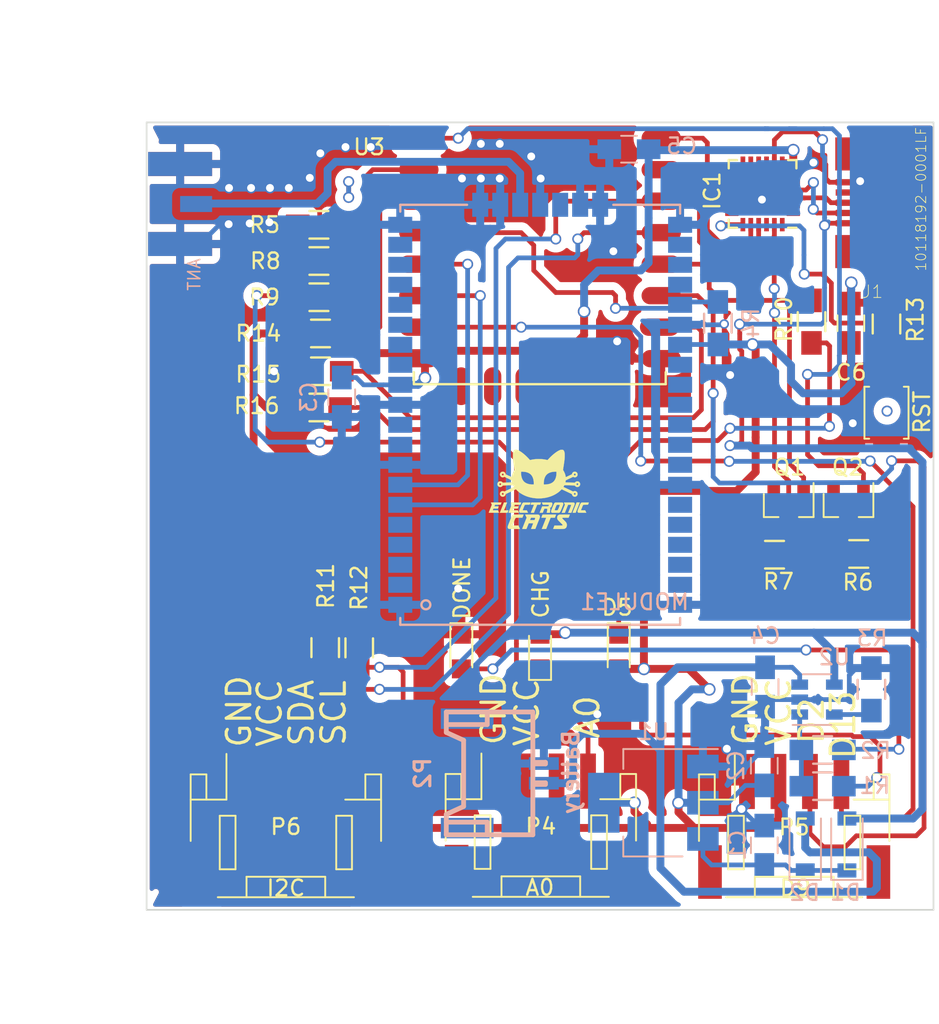
<source format=kicad_pcb>
(kicad_pcb (version 20221018) (generator pcbnew)
  (title_block (title "NodeLoRaGrooveKitty") (date "2017-04-11") (rev "1.3") (company "Electronic Cats") (comment 1 "Eduardo Contreras flores"))
  (layers (0 "F.Cu" signal) (31 "B.Cu" signal) (34 "B.Paste" user) (35 "F.Paste" user) (36 "B.SilkS" user "B.Silkscreen") (37 "F.SilkS" user "F.Silkscreen") (38 "B.Mask" user) (39 "F.Mask" user) (44 "Edge.Cuts" user))
  (net 0 "")
  (net 1 "GND")
  (net 2 "Net-(A1-Pad1)")
  (net 3 "Net-(C1-Pad1)")
  (net 4 "+3V3")
  (net 5 "+BATT")
  (net 6 "VCC")
  (net 7 "Net-(D3-Pad1)")
  (net 8 "Net-(D4-Pad2)")
  (net 9 "Net-(IC1-Pad1)")
  (net 10 "Net-(IC1-Pad3)")
  (net 11 "Net-(IC1-Pad4)")
  (net 12 "Net-(IC1-Pad9)")
  (net 13 "Net-(IC1-Pad11)")
  (net 14 "Net-(IC1-Pad12)")
  (net 15 "Net-(IC1-Pad13)")
  (net 16 "Net-(IC1-Pad14)")
  (net 17 "Net-(IC1-Pad15)")
  (net 18 "Net-(IC1-Pad16)")
  (net 19 "Net-(IC1-Pad17)")
  (net 20 "Net-(IC1-Pad18)")
  (net 21 "/RST")
  (net 22 "/TXD")
  (net 23 "/RXD")
  (net 24 "Net-(IC1-Pad22)")
  (net 25 "/DTR")
  (net 26 "Net-(IC1-Pad24)")
  (net 27 "Net-(MODULE1-Pad46)")
  (net 28 "Net-(MODULE1-Pad45)")
  (net 29 "Net-(MODULE1-Pad44)")
  (net 30 "Net-(MODULE1-Pad43)")
  (net 31 "Net-(MODULE1-Pad40)")
  (net 32 "Net-(MODULE1-Pad39)")
  (net 33 "Net-(MODULE1-Pad38)")
  (net 34 "Net-(MODULE1-Pad37)")
  (net 35 "Net-(MODULE1-Pad36)")
  (net 36 "Net-(MODULE1-Pad35)")
  (net 37 "/RST_RN")
  (net 38 "/TEST1")
  (net 39 "/TEST0")
  (net 40 "Net-(MODULE1-Pad25)")
  (net 41 "Net-(MODULE1-Pad14)")
  (net 42 "Net-(MODULE1-Pad13)")
  (net 43 "Net-(MODULE1-Pad10)")
  (net 44 "Net-(MODULE1-Pad9)")
  (net 45 "/STX")
  (net 46 "/SRX")
  (net 47 "Net-(MODULE1-Pad5)")
  (net 48 "Net-(MODULE1-Pad4)")
  (net 49 "Net-(MODULE1-Pad3)")
  (net 50 "Net-(MODULE1-Pad2)")
  (net 51 "/A0")
  (net 52 "/GPIO2")
  (net 53 "/GPIO13")
  (net 54 "/SDA")
  (net 55 "/SCL")
  (net 56 "/GPIO0")
  (net 57 "Net-(Q1-Pad2)")
  (net 58 "/RESET")
  (net 59 "Net-(Q2-Pad2)")
  (net 60 "/RTS")
  (net 61 "/CH_PD")
  (net 62 "/GPIO15")
  (net 63 "/ADC")
  (net 64 "Net-(U3-Pad17)")
  (net 65 "Net-(U3-Pad18)")
  (net 66 "Net-(U3-Pad19)")
  (net 67 "Net-(U3-Pad20)")
  (net 68 "Net-(U3-Pad21)")
  (net 69 "Net-(U3-Pad22)")
  (net 70 "Net-(D5-Pad1)")
  (net 71 "Net-(P4-Pad3)")
  (net 72 "Net-(R1-Pad1)")
  (net 73 "Net-(R3-Pad1)")
  (net 74 "Net-(R8-Pad1)")
  (net 75 "Net-(J1-Pad4)")
  (net 76 "Net-(J1-PadM1)")
  (footprint "Capacitors_SMD:C_0805_HandSoldering" (layer "F.Cu") (at 164.91 95.39 -90)
    (fp_text reference "C6")
    (fp_text value "10uF")
  )
  (footprint "LEDs:LED_0805" (layer "F.Cu") (at 145.16 116.24 90)
    (fp_text reference "D3")
    (fp_text value "CHG")
  )
  (footprint "LEDs:LED_0805" (layer "F.Cu") (at 140.16 116.24 -90)
    (fp_text reference "D4")
    (fp_text value "DONE")
  )
  (footprint "LEDs:LED_0805" (layer "F.Cu") (at 150.16 116.24 -90)
    (fp_text reference "D5")
    (fp_text value "Led")
  )
  (footprint "Housings_DFN_QFN:QFN-24_4x4mm_Pitch0.5mm_NoMask" (layer "F.Cu") (at 159.3 87.18 180)
    (fp_text reference "IC1")
    (fp_text value "CP2104")
  )
  (footprint "TO_SOT_Packages_SMD:SOT-23" (layer "F.Cu") (at 160.96 106.94 -90)
    (fp_text reference "Q1")
    (fp_text value "MMBT2222A")
  )
  (footprint "TO_SOT_Packages_SMD:SOT-23" (layer "F.Cu") (at 164.76 106.94 -90)
    (fp_text reference "Q2")
    (fp_text value "MMBT2222A")
  )
  (footprint "Resistors_SMD:R_0805_HandSoldering" (layer "F.Cu") (at 131.11 89.14)
    (fp_text reference "R5")
    (fp_text value "100K")
  )
  (footprint "Resistors_SMD:R_0805_HandSoldering" (layer "F.Cu") (at 165.41 110.04)
    (fp_text reference "R6")
    (fp_text value "10K")
  )
  (footprint "Resistors_SMD:R_0805_HandSoldering" (layer "F.Cu") (at 160.06 110.09 180)
    (fp_text reference "R7")
    (fp_text value "10K")
  )
  (footprint "Resistors_SMD:R_0805_HandSoldering" (layer "F.Cu") (at 131.11 91.44 180)
    (fp_text reference "R8")
    (fp_text value "100K")
  )
  (footprint "Resistors_SMD:R_0805_HandSoldering" (layer "F.Cu") (at 131.11 93.74)
    (fp_text reference "R9")
    (fp_text value "100K")
  )
  (footprint "Resistors_SMD:R_0805_HandSoldering" (layer "F.Cu") (at 162.41 95.29 -90)
    (fp_text reference "R10")
    (fp_text value "330R")
  )
  (footprint "Resistors_SMD:R_0805_HandSoldering" (layer "F.Cu") (at 131.51 115.99 -90)
    (fp_text reference "R11")
    (fp_text value "4.7K")
  )
  (footprint "Resistors_SMD:R_0805_HandSoldering" (layer "F.Cu") (at 133.671486 116.003724 -90)
    (fp_text reference "R12")
    (fp_text value "4.7K")
  )
  (footprint "Resistors_SMD:R_0805_HandSoldering" (layer "F.Cu") (at 167.173875 95.439501 -90)
    (fp_text reference "R13")
    (fp_text value "10K")
  )
  (footprint "Resistors_SMD:R_0805_HandSoldering" (layer "F.Cu") (at 131.21 96.04)
    (fp_text reference "R14")
    (fp_text value "10K")
  )
  (footprint "Resistors_SMD:R_0805_HandSoldering" (layer "F.Cu") (at 131.21 98.44 180)
    (fp_text reference "R15")
    (fp_text value "10K")
  )
  (footprint "Resistors_SMD:R_0805_HandSoldering" (layer "F.Cu") (at 131.11 100.74)
    (fp_text reference "R16")
    (fp_text value "10K")
  )
  (footprint "Buttons_Switches_SMD:SW_SPST_B3U-1000P" (layer "F.Cu") (at 167.173875 101.07283 90)
    (fp_text reference "RST")
    (fp_text value "SW_RESET")
  )
  (footprint "ESP8266:ESP-12E" (layer "F.Cu") (at 138.16 83.64)
    (fp_text reference "U3")
    (fp_text value "ESP8266-12E")
  )
  (footprint "Library:JST_PH_S4B-PH-SM4-TB_04x2.00mm_Angled" (layer "F.Cu") (at 145.21 127.34)
    (fp_text reference "P4")
    (fp_text value "A0")
  )
  (footprint "Library:JST_PH_S4B-PH-SM4-TB_04x2.00mm_Angled" (layer "F.Cu") (at 161.31 127.365)
    (fp_text reference "P5")
    (fp_text value "D9")
  )
  (footprint "Library:JST_PH_S4B-PH-SM4-TB_04x2.00mm_Angled" (layer "F.Cu") (at 129.01 127.365)
    (fp_text reference "P6")
    (fp_text value "I2C")
  )
  (footprint "modules:electronic_cats_logo_4x3" (layer "F.Cu") (at 145.08 105.94)
    (fp_text reference "G***" hide)
    (fp_text value "LOGO" hide)
  )
  (footprint "10118192-0001LF:10118192-0001LF" (layer "F.Cu") (at 168.72 87.74 90)
    (fp_text reference "J1")
    (fp_text value "10118192-0001LF")
  )
  (footprint "Library:SMA_Conn_Ant" (layer "B.Cu") (at 120.258 87.82)
    (fp_text reference "A1")
    (fp_text value "ANT")
  )
  (footprint "Capacitors_SMD:C_0805_HandSoldering" (layer "B.Cu") (at 159.41 128.54 90)
    (fp_text reference "C1")
    (fp_text value "4.7uF")
  )
  (footprint "Capacitors_SMD:C_0805_HandSoldering" (layer "B.Cu") (at 159.41 123.49 90)
    (fp_text reference "C2")
    (fp_text value "4.7uF")
  )
  (footprint "Capacitors_SMD:C_0805_HandSoldering" (layer "B.Cu") (at 132.56 100.09 -90)
    (fp_text reference "C3")
    (fp_text value "0.1uF")
  )
  (footprint "Capacitors_SMD:C_0805_HandSoldering" (layer "B.Cu") (at 159.46 118.49 -90)
    (fp_text reference "C4")
    (fp_text value "10uF")
  )
  (footprint "Capacitors_SMD:C_0805_HandSoldering" (layer "B.Cu") (at 150.81 84.34 180)
    (fp_text reference "C5")
    (fp_text value "0.1uF")
  )
  (footprint "Diodes_SMD:D_SOD-123" (layer "B.Cu") (at 164.66 128.49 90)
    (fp_text reference "D1")
    (fp_text value "MBR120")
  )
  (footprint "Diodes_SMD:D_SOD-123" (layer "B.Cu") (at 162.01 128.49 90)
    (fp_text reference "D2")
    (fp_text value "MBR120")
  )
  (footprint "Resistors_SMD:R_0805_HandSoldering" (layer "B.Cu") (at 163.114454 124.78768)
    (fp_text reference "R1")
    (fp_text value "330R")
  )
  (footprint "Resistors_SMD:R_0805_HandSoldering" (layer "B.Cu") (at 163.114454 122.48768)
    (fp_text reference "R2")
    (fp_text value "330R")
  )
  (footprint "Resistors_SMD:R_0805_HandSoldering" (layer "B.Cu") (at 166.214454 118.63768 90)
    (fp_text reference "R3")
    (fp_text value "10K")
  )
  (footprint "Resistors_SMD:R_0805_HandSoldering" (layer "B.Cu") (at 156.46 95.39 90)
    (fp_text reference "R4")
    (fp_text value "10K")
  )
  (footprint "TO_SOT_Packages_SMD:SOT-223-3Lead_TabPin2" (layer "B.Cu") (at 152.36 125.84 180)
    (fp_text reference "U1")
    (fp_text value "AP2114")
  )
  (footprint "TO_SOT_Packages_SMD:SOT-23-5" (layer "B.Cu") (at 162.76 119.29)
    (fp_text reference "U2")
    (fp_text value "MCP73831T-2ATI/OT")
  )
  (footprint "modules:panelmate_smd_2" (layer "B.Cu") (at 141.90414 123.97472 90)
    (fp_text reference "P2")
    (fp_text value "Battery")
  )
  (footprint "Library:RN2483" (layer "B.Cu") (at 154.06 114.54 180)
    (fp_text reference "MODULE1")
    (fp_text value "RN2903" hide)
  )
  (gr_line (start 120.16 132.64) (end 120.16 82.64) (stroke (width 0.1)) (layer "Edge.Cuts"))
  (gr_line (start 120.16 82.64) (end 170.16 82.64) (stroke (width 0.1)) (layer "Edge.Cuts"))
  (gr_line (start 170.16 132.64) (end 120.16 132.64) (stroke (width 0.1)) (layer "Edge.Cuts"))
  (gr_line (start 170.16 82.64) (end 170.16 132.64) (stroke (width 0.1)) (layer "Edge.Cuts"))
  (gr_text "GND" (at 142.21 119.89 90) (layer "F.SilkS") (effects (font (size 1.5 1.5) (thickness 0.2))))
  (gr_text "GND" (at 158.21 119.89 90) (layer "F.SilkS") (effects (font (size 1.5 1.5) (thickness 0.2))))
  (gr_text "VCC\n\n" (at 161.54 120.08 90) (layer "F.SilkS") (effects (font (size 1.5 1.5) (thickness 0.2))))
  (gr_text "VCC" (at 144.32 120.1 90) (layer "F.SilkS") (effects (font (size 1.5 1.5) (thickness 0.2))))
  (gr_text "VCC" (at 127.98 120.14 90) (layer "F.SilkS") (effects (font (size 1.5 1.5) (thickness 0.2))))
  (gr_text "SDA\n" (at 130 120.14 90) (layer "F.SilkS") (effects (font (size 1.5 1.5) (thickness 0.2))))
  (gr_text "SCL\n" (at 132.04 120.14 90) (layer "F.SilkS") (effects (font (size 1.5 1.5) (thickness 0.2))))
  (gr_text "A0" (at 148.16 120.39 90) (layer "F.SilkS") (effects (font (size 1.5 1.5) (thickness 0.2))))
  (gr_text "D2\n" (at 162.41 120.64 90) (layer "F.SilkS") (effects (font (size 1.5 1.5) (thickness 0.2))))
  (gr_text "D13" (at 164.41 120.89 90) (layer "F.SilkS") (effects (font (size 1.5 1.5) (thickness 0.2))))
  (gr_text "GND" (at 126.035 120.04 90) (layer "F.SilkS") (effects (font (size 1.5 1.5) (thickness 0.2))))
  (segment (start 133 86.4) (end 133 87.4) (width 0.3) (layer "F.Cu") (net 0))
  (via (at 167.21 100.97) (size 0.7) (drill 0.5) (layers "F.Cu" "B.Cu") (net 0))
  (via (at 133 87.4) (size 0.7) (drill 0.5) (layers "F.Cu" "B.Cu") (net 0))
  (via (at 133 86.4) (size 0.7) (drill 0.5) (layers "F.Cu" "B.Cu") (net 0))
  (segment (start 133 87.4) (end 133 86.4) (width 0.3) (layer "B.Cu") (net 0))
  (segment (start 140.16 115.14) (end 140.16 112.44) (width 0.3) (layer "F.Cu") (net 1))
  (segment (start 157.03 124.01) (end 157.03 122.41) (width 0.3) (layer "F.Cu") (net 1))
  (segment (start 163.56 86.44) (end 163.32 86.2) (width 0.3) (layer "F.Cu") (net 1))
  (segment (start 150.26 96.54) (end 150.06 96.54) (width 0.3) (layer "F.Cu") (net 1))
  (segment (start 164.62 86.44) (end 163.56 86.44) (width 0.3) (layer "F.Cu") (net 1))
  (segment (start 165.43 86.44) (end 165.5 86.37) (width 0.3) (layer "F.Cu") (net 1))
  (segment (start 132.4 84.6) (end 132.8 84.2) (width 0.3) (layer "F.Cu") (net 1))
  (segment (start 164.62 86.44) (end 165.43 86.44) (width 0.3) (layer "F.Cu") (net 1))
  (segment (start 123.742 85.25) (end 124.4 85.25) (width 0.3) (layer "F.Cu") (net 1))
  (segment (start 165.03 101.74) (end 165.03 100.16) (width 0.3) (layer "F.Cu") (net 1))
  (segment (start 145.2 86.2) (end 145.2 85.4) (width 0.3) (layer "F.Cu") (net 1))
  (segment (start 145.2 85.4) (end 144.6 84.8) (width 0.3) (layer "F.Cu") (net 1))
  (segment (start 163.32 86.2) (end 163.32 85.32) (width 0.3) (layer "F.Cu") (net 1))
  (segment (start 165.03 100.16) (end 164.91 100.04) (width 0.3) (layer "F.Cu") (net 1))
  (segment (start 123.742 90.33) (end 126.82 90.33) (width 0.3) (layer "F.Cu") (net 1))
  (segment (start 151.36 97.64) (end 150.26 96.54) (width 0.3) (layer "F.Cu") (net 1))
  (segment (start 161.25 87.93) (end 159.65 87.93) (width 0.3) (layer "F.Cu") (net 1))
  (segment (start 152.16 97.64) (end 151.36 97.64) (width 0.3) (layer "F.Cu") (net 1))
  (segment (start 130.65 86.28) (end 130.53 86.16) (width 0.3) (layer "F.Cu") (net 1))
  (segment (start 126.8 86.8) (end 125.4 86.8) (width 0.3) (layer "F.Cu") (net 1))
  (segment (start 131.16 86.72) (end 130.72 86.28) (width 0.3) (layer "F.Cu") (net 1))
  (segment (start 129.86 98.44) (end 128.26 98.44) (width 0.3) (layer "F.Cu") (net 1))
  (segment (start 158.31 124.49) (end 157.51 124.49) (width 0.3) (layer "F.Cu") (net 1))
  (segment (start 164.91 96.64) (end 164.91 97.69) (width 0.3) (layer "F.Cu") (net 1))
  (segment (start 126.45 85.25) (end 128 86.8) (width 0.3) (layer "F.Cu") (net 1))
  (segment (start 131.16 88.89) (end 131.16 86.72) (width 0.3) (layer "F.Cu") (net 1))
  (segment (start 159.65 87.93) (end 159.26 87.54) (width 0.3) (layer "F.Cu") (net 1))
  (segment (start 164.91 96.64) (end 164.91 100.04) (width 0.3) (layer "F.Cu") (net 1))
  (segment (start 131.2 84.6) (end 132.4 84.6) (width 0.3) (layer "F.Cu") (net 1))
  (segment (start 156.86 95.439998) (end 156.86 98.3) (width 0.3) (layer "F.Cu") (net 1))
  (segment (start 132.46 89.14) (end 131.41 89.14) (width 0.3) (layer "F.Cu") (net 1))
  (segment (start 156.86 98.3) (end 157.24 98.68) (width 0.3) (layer "F.Cu") (net 1))
  (segment (start 130.72 86.28) (end 130.65 86.28) (width 0.3) (layer "F.Cu") (net 1))
  (segment (start 125.375877 89.100415) (end 126.659585 89.100415) (width 0.3) (layer "F.Cu") (net 1))
  (segment (start 126.659585 89.100415) (end 126.71 89.05) (width 0.3) (layer "F.Cu") (net 1))
  (segment (start 131.41 89.14) (end 131.16 88.89) (width 0.3) (layer "F.Cu") (net 1))
  (segment (start 163.32 85.32) (end 163.19 85.19) (width 0.3) (layer "F.Cu") (net 1))
  (segment (start 142.6 86.2) (end 141.4 86.2) (width 0.3) (layer "F.Cu") (net 1))
  (segment (start 163.19 85.19) (end 162.53 85.19) (width 0.3) (layer "F.Cu") (net 1))
  (segment (start 140.16 112.44) (end 139.96 112.24) (width 0.3) (layer "F.Cu") (net 1))
  (segment (start 128 86.8) (end 129.2 86.8) (width 0.3) (layer "F.Cu") (net 1))
  (segment (start 124.4 85.25) (end 126.45 85.25) (width 0.3) (layer "F.Cu") (net 1))
  (segment (start 164.91 97.69) (end 164.76 97.84) (width 0.3) (layer "F.Cu") (net 1))
  (segment (start 157.51 124.49) (end 157.03 124.01) (width 0.3) (layer "F.Cu") (net 1))
  (segment (start 142.6 84) (end 141.4 84) (width 0.3) (layer "F.Cu") (net 1))
  (segment (start 124.4 85.25) (end 125.012 85.25) (width 0.3) (layer "F.Cu") (net 1))
  (via (at 127.96 88.98) (size 0.7) (drill 0.5) (layers "F.Cu" "B.Cu") (net 1))
  (via (at 126.71 89.05) (size 0.7) (drill 0.5) (layers "F.Cu" "B.Cu") (net 1))
  (via (at 140.2 86.2) (size 0.7) (drill 0.5) (layers "F.Cu" "B.Cu") (net 1))
  (via (at 128.26 98.44) (size 0.7) (drill 0.5) (layers "F.Cu" "B.Cu") (net 1))
  (via (at 144.6 84.8) (size 0.7) (drill 0.5) (layers "F.Cu" "B.Cu") (net 1))
  (via (at 125.4 86.8) (size 0.7) (drill 0.5) (layers "F.Cu" "B.Cu") (net 1))
  (via (at 129.2 86.8) (size 0.7) (drill 0.5) (layers "F.Cu" "B.Cu") (net 1))
  (via (at 165.5 86.37) (size 0.7) (drill 0.5) (layers "F.Cu" "B.Cu") (net 1))
  (via (at 126.8 86.8) (size 0.7) (drill 0.5) (layers "F.Cu" "B.Cu") (net 1))
  (via (at 131.2 84.6) (size 0.7) (drill 0.5) (layers "F.Cu" "B.Cu") (net 1))
  (via (at 125.375877 89.100415) (size 0.7) (drill 0.5) (layers "F.Cu" "B.Cu") (net 1))
  (via (at 157.24 98.68) (size 0.7) (drill 0.5) (layers "F.Cu" "B.Cu") (net 1))
  (via (at 142.6 84) (size 0.7) (drill 0.5) (layers "F.Cu" "B.Cu") (net 1))
  (via (at 150.06 96.54) (size 0.7) (drill 0.5) (layers "F.Cu" "B.Cu") (net 1))
  (via (at 165.03 101.74) (size 0.7) (drill 0.5) (layers "F.Cu" "B.Cu") (net 1))
  (via (at 156.86 95.439998) (size 0.6) (drill 0.4) (layers "F.Cu" "B.Cu") (net 1))
  (via (at 139.96 112.24) (size 0.7) (drill 0.5) (layers "F.Cu" "B.Cu") (net 1))
  (via (at 128 86.8) (size 0.7) (drill 0.5) (layers "F.Cu" "B.Cu") (net 1))
  (via (at 162.53 85.19) (size 0.7) (drill 0.5) (layers "F.Cu" "B.Cu") (net 1))
  (via (at 134.4 84.2) (size 0.7) (drill 0.5) (layers "F.Cu" "B.Cu") (net 1))
  (via (at 145.2 86.2) (size 0.7) (drill 0.5) (layers "F.Cu" "B.Cu") (net 1))
  (via (at 130.53 86.16) (size 0.7) (drill 0.5) (layers "F.Cu" "B.Cu") (net 1))
  (via (at 149.82 90.82) (size 0.7) (drill 0.5) (layers "F.Cu" "B.Cu") (net 1))
  (via (at 159.26 87.54) (size 0.7) (drill 0.5) (layers "F.Cu" "B.Cu") (net 1))
  (via (at 157.03 122.41) (size 0.7) (drill 0.5) (layers "F.Cu" "B.Cu") (net 1))
  (via (at 141.4 84) (size 0.7) (drill 0.5) (layers "F.Cu" "B.Cu") (net 1))
  (via (at 148.8 120.22) (size 0.7) (drill 0.5) (layers "F.Cu" "B.Cu") (net 1))
  (via (at 157.96 126.24) (size 0.7) (drill 0.5) (layers "F.Cu" "B.Cu") (net 1))
  (via (at 142.6 86.2) (size 0.7) (drill 0.5) (layers "F.Cu" "B.Cu") (net 1))
  (via (at 141.4 86.2) (size 0.7) (drill 0.5) (layers "F.Cu" "B.Cu") (net 1))
  (via (at 132.8 84.2) (size 0.7) (drill 0.5) (layers "F.Cu" "B.Cu") (net 1))
  (segment (start 130.53 86.16) (end 130.53 85.27) (width 0.3) (layer "B.Cu") (net 1))
  (segment (start 148.80968 120.21032) (end 148.8 120.22) (width 0.3) (layer "B.Cu") (net 1))
  (segment (start 159.01 127.29) (end 157.96 126.24) (width 0.3) (layer "B.Cu") (net 1))
  (segment (start 161.66 119.29) (end 164.76 119.29) (width 0.3) (layer "B.Cu") (net 1))
  (segment (start 154.05858 87.87142) (end 154.05858 89.144404) (width 0.3) (layer "B.Cu") (net 1))
  (segment (start 159.46 119.74) (end 159.46 122.19) (width 0.3) (layer "B.Cu") (net 1))
  (segment (start 142.63 86.63) (end 142.4 86.4) (width 0.3) (layer "B.Cu") (net 1))
  (segment (start 134.250596 100.574404) (end 135.21658 100.574404) (width 0.3) (layer "B.Cu") (net 1))
  (segment (start 148.97858 87.874404) (end 148.97858 89.97858) (width 0.3) (layer "B.Cu") (net 1))
  (segment (start 159.41 122.365) (end 159.41 122.24) (width 0.3) (layer "B.Cu") (net 1))
  (segment (start 154.05858 113.274404) (end 144.925596 113.274404) (width 0.3) (layer "B.Cu") (net 1))
  (segment (start 159.26 87.54) (end 154.39 87.54) (width 0.3) (layer "B.Cu") (net 1))
  (segment (start 132.56 101.34) (end 133.485 101.34) (width 0.3) (layer "B.Cu") (net 1))
  (segment (start 142.63 87.87) (end 142.63 86.63) (width 0.3) (layer "B.Cu") (net 1))
  (segment (start 165.5 86.37) (end 165.849999 86.020001) (width 0.3) (layer "B.Cu") (net 1))
  (segment (start 155.12058 89.144404) (end 159.074984 85.19) (width 0.3) (layer "B.Cu") (net 1))
  (segment (start 164.76 119.29) (end 164.81 119.24) (width 0.3) (layer "B.Cu") (net 1))
  (segment (start 142.63 87.87) (end 142.63 86.23) (width 0.3) (layer "B.Cu") (net 1))
  (segment (start 159.074984 85.19) (end 162.035026 85.19) (width 0.3) (layer "B.Cu") (net 1))
  (segment (start 159.46 122.19) (end 159.41 122.24) (width 0.3) (layer "B.Cu") (net 1))
  (segment (start 164.81 119.24) (end 164.81 117.742134) (width 0.3) (layer "B.Cu") (net 1))
  (segment (start 124.819585 89.100415) (end 125.375877 89.100415) (width 0.3) (layer "B.Cu") (net 1))
  (segment (start 158.235 123.54) (end 159.41 122.365) (width 0.3) (layer "B.Cu") (net 1))
  (segment (start 165.264454 117.28768) (end 165.214454 117.33768) (width 0.3) (layer "B.Cu") (net 1))
  (segment (start 164.81 117.742134) (end 165.264454 117.28768) (width 0.3) (layer "B.Cu") (net 1))
  (segment (start 165.849999 86.020001) (end 165.849999 84.649999) (width 0.3) (layer "B.Cu") (net 1))
  (segment (start 156.809998 95.49) (end 156.86 95.439998) (width 0.3) (layer "B.Cu") (net 1))
  (segment (start 145.17 86.23) (end 145.2 86.2) (width 0.3) (layer "B.Cu") (net 1))
  (segment (start 154.05858 89.144404) (end 155.12058 89.144404) (width 0.3) (layer "B.Cu") (net 1))
  (segment (start 123.56 90.36) (end 124.819585 89.100415) (width 0.3) (layer "B.Cu") (net 1))
  (segment (start 159.46 119.74) (end 159.91 119.29) (width 0.3) (layer "B.Cu") (net 1))
  (segment (start 145.17 87.87) (end 145.17 86.23) (width 0.3) (layer "B.Cu") (net 1))
  (segment (start 132.8 84.2) (end 134.4 84.2) (width 0.3) (layer "B.Cu") (net 1))
  (segment (start 142.63 86.23) (end 142.6 86.2) (width 0.3) (layer "B.Cu") (net 1))
  (segment (start 133.485 101.34) (end 134.250596 100.574404) (width 0.3) (layer "B.Cu") (net 1))
  (segment (start 162.035026 85.19) (end 162.53 85.19) (width 0.3) (layer "B.Cu") (net 1))
  (segment (start 159.604454 120.02768) (end 159.664454 120.08768) (width 0.3) (layer "B.Cu") (net 1))
  (segment (start 144.6 84.8) (end 143.8 84) (width 0.3) (layer "B.Cu") (net 1))
  (segment (start 159.41 127.29) (end 159.01 127.29) (width 0.3) (layer "B.Cu") (net 1))
  (segment (start 141.4 86.2) (end 140.2 86.2) (width 0.3) (layer "B.Cu") (net 1))
  (segment (start 144.925596 113.274404) (end 140.35 117.85) (width 0.3) (layer "B.Cu") (net 1))
  (segment (start 135.21658 100.574404) (end 136.27858 100.574404) (width 0.3) (layer "B.Cu") (net 1))
  (segment (start 145.40426 123.34988) (end 145.40426 120.50574) (width 0.3) (layer "B.Cu") (net 1))
  (segment (start 145.69 120.22) (end 148.8 120.22) (width 0.3) (layer "B.Cu") (net 1))
  (segment (start 130.53 85.27) (end 131.2 84.6) (width 0.3) (layer "B.Cu") (net 1))
  (segment (start 128 86.8) (end 126.8 86.8) (width 0.3) (layer "B.Cu") (net 1))
  (segment (start 122.29 90.36) (end 123.56 90.36) (width 0.3) (layer "B.Cu") (net 1))
  (segment (start 127.89 89.05) (end 127.96 88.98) (width 0.3) (layer "B.Cu") (net 1))
  (segment (start 145.40426 120.50574) (end 145.69 120.22) (width 0.3) (layer "B.Cu") (net 1))
  (segment (start 143.8 84) (end 142.6 84) (width 0.3) (layer "B.Cu") (net 1))
  (segment (start 126.71 89.05) (end 127.89 89.05) (width 0.3) (layer "B.Cu") (net 1))
  (segment (start 154.39 87.54) (end 154.05858 87.87142) (width 0.3) (layer "B.Cu") (net 1))
  (segment (start 148.97858 89.97858) (end 149.82 90.82) (width 0.3) (layer "B.Cu") (net 1))
  (segment (start 154.06 95.49) (end 156.809998 95.49) (width 0.3) (layer "B.Cu") (net 1))
  (segment (start 159.91232 119.28768) (end 159.46 119.74) (width 0.3) (layer "B.Cu") (net 1))
  (segment (start 159.91 119.29) (end 161.66 119.29) (width 0.3) (layer "B.Cu") (net 1))
  (segment (start 159.22 119.98) (end 159.46 119.74) (width 0.3) (layer "B.Cu") (net 1))
  (segment (start 166.214454 117.28768) (end 165.264454 117.28768) (width 0.3) (layer "B.Cu") (net 1))
  (segment (start 155.51 123.54) (end 158.235 123.54) (width 0.3) (layer "B.Cu") (net 1))
  (segment (start 131.66 87.14) (end 131.01 87.79) (width 0.5) (layer "B.Cu") (net 2))
  (segment (start 123.336 87.79) (end 123.306 87.82) (width 0.5) (layer "B.Cu") (net 2))
  (segment (start 132.16 85.14) (end 131.66 85.64) (width 0.5) (layer "B.Cu") (net 2))
  (segment (start 143.89858 85.87858) (end 143.16 85.14) (width 0.5) (layer "B.Cu") (net 2))
  (segment (start 143.89858 87.874404) (end 143.89858 85.87858) (width 0.5) (layer "B.Cu") (net 2))
  (segment (start 131.66 85.64) (end 131.66 87.14) (width 0.5) (layer "B.Cu") (net 2))
  (segment (start 143.16 85.14) (end 132.16 85.14) (width 0.5) (layer "B.Cu") (net 2))
  (segment (start 131.01 87.79) (end 123.336 87.79) (width 0.5) (layer "B.Cu") (net 2))
  (segment (start 161.11 130.14) (end 160.76 129.79) (width 0.3) (layer "B.Cu") (net 3))
  (segment (start 162.01 130.14) (end 161.11 130.14) (width 0.3) (layer "B.Cu") (net 3))
  (segment (start 164.66 130.14) (end 162.01 130.14) (width 0.3) (layer "B.Cu") (net 3))
  (segment (start 156.06 129.79) (end 155.51 129.24) (width 0.3) (layer "B.Cu") (net 3))
  (segment (start 159.41 129.79) (end 156.06 129.79) (width 0.3) (layer "B.Cu") (net 3))
  (segment (start 160.76 129.79) (end 159.41 129.79) (width 0.3) (layer "B.Cu") (net 3))
  (segment (start 155.51 129.24) (end 155.51 128.14) (width 0.3) (layer "B.Cu") (net 3))
  (segment (start 128.86 100.74) (end 127.76 100.74) (width 0.5) (layer "F.Cu") (net 4))
  (segment (start 128.71 127.44) (end 143.485 127.44) (width 0.5) (layer "F.Cu") (net 4))
  (segment (start 126.96 96.44) (end 127.36 96.04) (width 0.5) (layer "F.Cu") (net 4))
  (segment (start 126.96 99.94) (end 126.96 96.44) (width 0.5) (layer "F.Cu") (net 4))
  (segment (start 143.485 127.44) (end 151.96 127.44) (width 0.5) (layer "F.Cu") (net 4))
  (segment (start 158.86 104.84) (end 157.66 106.04) (width 0.5) (layer "F.Cu") (net 4))
  (segment (start 161.25 85.93) (end 161.25 85.28) (width 0.5) (layer "F.Cu") (net 4))
  (segment (start 147.96 96.14) (end 147.96 94.64) (width 0.5) (layer "F.Cu") (net 4))
  (segment (start 164.91 92.844999) (end 164.934999 92.82) (width 0.5) (layer "F.Cu") (net 4))
  (segment (start 158.86 96.94) (end 158.66 96.74) (width 0.5) (layer "F.Cu") (net 4))
  (segment (start 154.61 117.34) (end 155.91 118.64) (width 0.5) (layer "F.Cu") (net 4))
  (segment (start 151.16 125.84) (end 151.16 126.405685) (width 0.5) (layer "F.Cu") (net 4))
  (segment (start 160.31 126.89) (end 160.31 124.49) (width 0.5) (layer "F.Cu") (net 4))
  (segment (start 151.96 127.44) (end 154.96 127.44) (width 0.5) (layer "F.Cu") (net 4))
  (segment (start 151.96 127.205685) (end 151.96 127.44) (width 0.5) (layer "F.Cu") (net 4))
  (segment (start 161.2 85.23) (end 160.650001 85.23) (width 0.5) (layer "F.Cu") (net 4))
  (segment (start 128.01 124.49) (end 128.01 104.39) (width 0.5) (layer "F.Cu") (net 4))
  (segment (start 129.96 96.04) (end 131.21 97.29) (width 0.5) (layer "F.Cu") (net 4))
  (segment (start 159.76 127.44) (end 160.31 126.89) (width 0.5) (layer "F.Cu") (net 4))
  (segment (start 143.485 127.44) (end 144.21 126.715) (width 0.5) (layer "F.Cu") (net 4))
  (segment (start 144.21 126.715) (end 144.21 124.465) (width 0.5) (layer "F.Cu") (net 4))
  (segment (start 161.25 85.28) (end 161.25 84.4) (width 0.5) (layer "F.Cu") (net 4))
  (segment (start 164.91 94.14) (end 164.91 92.844999) (width 0.5) (layer "F.Cu") (net 4))
  (segment (start 131.523724 114.653724) (end 131.51 114.64) (width 0.5) (layer "F.Cu") (net 4))
  (segment (start 128.86 100.74) (end 128.51 100.74) (width 0.5) (layer "F.Cu") (net 4))
  (segment (start 153.96 126.44) (end 154.96 127.44) (width 0.5) (layer "F.Cu") (net 4))
  (segment (start 127.36 96.04) (end 129.86 96.04) (width 0.5) (layer "F.Cu") (net 4))
  (segment (start 128.01 126.74) (end 128.71 127.44) (width 0.5) (layer "F.Cu") (net 4))
  (segment (start 137.81 97.29) (end 138.16 97.64) (width 0.5) (layer "F.Cu") (net 4))
  (segment (start 164.960499 94.089501) (end 164.91 94.14) (width 0.5) (layer "F.Cu") (net 4))
  (segment (start 154.96 127.44) (end 155.16 127.44) (width 0.5) (layer "F.Cu") (net 4))
  (segment (start 137.85 98.87) (end 137.85 97.95) (width 0.5) (layer "F.Cu") (net 4))
  (segment (start 151.76 106.74) (end 151.76 117.34) (width 0.5) (layer "F.Cu") (net 4))
  (segment (start 128.01 124.49) (end 128.01 113.64) (width 0.5) (layer "F.Cu") (net 4))
  (segment (start 131.51 114.64) (end 129.01 114.64) (width 0.5) (layer "F.Cu") (net 4))
  (segment (start 129.86 96.04) (end 129.96 96.04) (width 0.5) (layer "F.Cu") (net 4))
  (segment (start 161.25 85.93) (end 161.25 86.32999) (width 0.5) (layer "F.Cu") (net 4))
  (segment (start 129.01 114.64) (end 128.01 113.64) (width 0.5) (layer "F.Cu") (net 4))
  (segment (start 138.16 97.64) (end 138.96 97.64) (width 0.5) (layer "F.Cu") (net 4))
  (segment (start 158.86 102.64) (end 158.86 104.84) (width 0.5) (layer "F.Cu") (net 4))
  (segment (start 131.21 97.29) (end 137.81 97.29) (width 0.5) (layer "F.Cu") (net 4))
  (segment (start 137.85 97.95) (end 138.16 97.64) (width 0.5) (layer "F.Cu") (net 4))
  (segment (start 127.76 100.74) (end 126.96 99.94) (width 0.5) (layer "F.Cu") (net 4))
  (segment (start 150.16 117.34) (end 154.61 117.34) (width 0.5) (layer "F.Cu") (net 4))
  (segment (start 128.01 124.49) (end 128.01 126.74) (width 0.5) (layer "F.Cu") (net 4))
  (segment (start 139.46 97.14) (end 146.96 97.14) (width 0.5) (layer "F.Cu") (net 4))
  (segment (start 128.56 96.04) (end 129.86 96.04) (width 0.5) (layer "F.Cu") (net 4))
  (segment (start 138.96 97.64) (end 139.46 97.14) (width 0.5) (layer "F.Cu") (net 4))
  (segment (start 153.96 125.84) (end 153.96 126.44) (width 0.5) (layer "F.Cu") (net 4))
  (segment (start 133.671486 114.653724) (end 131.523724 114.653724) (width 0.5) (layer "F.Cu") (net 4))
  (segment (start 155.16 127.44) (end 159.76 127.44) (width 0.5) (layer "F.Cu") (net 4))
  (segment (start 128.01 104.39) (end 126.96 103.34) (width 0.5) (layer "F.Cu") (net 4))
  (segment (start 152.46 106.04) (end 151.76 106.74) (width 0.5) (layer "F.Cu") (net 4))
  (segment (start 126.96 103.34) (end 126.96 99.94) (width 0.5) (layer "F.Cu") (net 4))
  (segment (start 150.16 117.34) (end 151.76 117.34) (width 0.5) (layer "F.Cu") (net 4))
  (segment (start 167.173875 94.089501) (end 164.960499 94.089501) (width 0.5) (layer "F.Cu") (net 4))
  (segment (start 129.76 100.74) (end 128.86 100.74) (width 0.5) (layer "F.Cu") (net 4))
  (segment (start 157.66 106.04) (end 152.46 106.04) (width 0.5) (layer "F.Cu") (net 4))
  (segment (start 151.16 126.405685) (end 151.96 127.205685) (width 0.5) (layer "F.Cu") (net 4))
  (segment (start 158.86 102.64) (end 158.86 96.94) (width 0.5) (layer "F.Cu") (net 4))
  (segment (start 161.25 85.28) (end 161.2 85.23) (width 0.5) (layer "F.Cu") (net 4))
  (segment (start 146.96 97.14) (end 147.96 96.14) (width 0.5) (layer "F.Cu") (net 4))
  (via (at 153.96 125.84) (size 0.8) (drill 0.6) (layers "F.Cu" "B.Cu") (net 4))
  (via (at 151.16 125.84) (size 0.8) (drill 0.6) (layers "F.Cu" "B.Cu") (net 4))
  (via (at 147.96 94.64) (size 0.8) (drill 0.6) (layers "F.Cu" "B.Cu") (net 4))
  (via (at 155.91 118.64) (size 0.8) (drill 0.6) (layers "F.Cu" "B.Cu") (net 4))
  (via (at 137.85 98.87) (size 0.8) (drill 0.6) (layers "F.Cu" "B.Cu") (net 4))
  (via (at 164.934999 92.82) (size 0.8) (drill 0.6) (layers "F.Cu" "B.Cu") (net 4))
  (via (at 151.76 117.34) (size 0.8) (drill 0.6) (layers "F.Cu" "B.Cu") (net 4))
  (via (at 161.25 84.4) (size 0.8) (drill 0.6) (layers "F.Cu" "B.Cu") (net 4))
  (via (at 158.66 96.74) (size 0.8) (drill 0.6) (layers "F.Cu" "B.Cu") (net 4))
  (segment (start 159.41 124.74) (end 158.21 124.74) (width 0.3) (layer "B.Cu") (net 4))
  (segment (start 154.81 118.64) (end 155.91 118.64) (width 0.5) (layer "B.Cu") (net 4))
  (segment (start 152.06 84.34) (end 152.06 88.71) (width 0.5) (layer "B.Cu") (net 4))
  (segment (start 136.27858 99.304404) (end 137.415596 99.304404) (width 0.5) (layer "B.Cu") (net 4))
  (segment (start 154.31 96.74) (end 156.81 96.74) (width 0.3) (layer "B.Cu") (net 4))
  (segment (start 164.934999 92.82) (end 164.934999 99.164999) (width 0.5) (layer "B.Cu") (net 4))
  (segment (start 159.76 96.74) (end 160.41 97.39) (width 0.5) (layer "B.Cu") (net 4))
  (segment (start 133.485 98.84) (end 133.949404 99.304404) (width 0.3) (layer "B.Cu") (net 4))
  (segment (start 160.41 97.39) (end 160.43 97.39) (width 0.5) (layer "B.Cu") (net 4))
  (segment (start 132.56 98.84) (end 133.485 98.84) (width 0.3) (layer "B.Cu") (net 4))
  (segment (start 164.96 99.19) (end 164.31 99.84) (width 0.5) (layer "B.Cu") (net 4))
  (segment (start 151.56 92.04) (end 148.86 92.04) (width 0.5) (layer "B.Cu") (net 4))
  (segment (start 149.21 125.84) (end 151.16 125.84) (width 0.5) (layer "B.Cu") (net 4))
  (segment (start 152.06 91.54) (end 151.56 92.04) (width 0.5) (layer "B.Cu") (net 4))
  (segment (start 161.88 99.84) (end 161.11 99.07) (width 0.5) (layer "B.Cu") (net 4))
  (segment (start 135.21658 99.304404) (end 136.27858 99.304404) (width 0.3) (layer "B.Cu") (net 4))
  (segment (start 153.96 125.84) (end 153.96 119.49) (width 0.5) (layer "B.Cu") (net 4))
  (segment (start 161.25 84.4) (end 152.12 84.4) (width 0.5) (layer "B.Cu") (net 4))
  (segment (start 156.81 96.74) (end 157.91 96.74) (width 0.3) (layer "B.Cu") (net 4))
  (segment (start 147.96 94.64) (end 147.96 92.94) (width 0.5) (layer "B.Cu") (net 4))
  (segment (start 158.36 96.74) (end 158.66 96.74) (width 0.5) (layer "B.Cu") (net 4))
  (segment (start 152.12 84.4) (end 152.06 84.34) (width 0.5) (layer "B.Cu") (net 4))
  (segment (start 152.06 88.71) (end 152.06 91.54) (width 0.5) (layer "B.Cu") (net 4))
  (segment (start 164.31 99.84) (end 161.88 99.84) (width 0.5) (layer "B.Cu") (net 4))
  (segment (start 164.934999 99.164999) (end 164.96 99.19) (width 0.5) (layer "B.Cu") (net 4))
  (segment (start 157.11 125.84) (end 155.51 125.84) (width 0.3) (layer "B.Cu") (net 4))
  (segment (start 155.51 125.84) (end 153.96 125.84) (width 0.5) (layer "B.Cu") (net 4))
  (segment (start 161.11 98.07) (end 161.11 99.07) (width 0.5) (layer "B.Cu") (net 4))
  (segment (start 133.949404 99.304404) (end 135.21658 99.304404) (width 0.3) (layer "B.Cu") (net 4))
  (segment (start 160.43 97.39) (end 161.11 98.07) (width 0.5) (layer "B.Cu") (net 4))
  (segment (start 158.21 124.74) (end 157.11 125.84) (width 0.3) (layer "B.Cu") (net 4))
  (segment (start 156.81 96.74) (end 158.36 96.74) (width 0.5) (layer "B.Cu") (net 4))
  (segment (start 158.66 96.74) (end 159.76 96.74) (width 0.5) (layer "B.Cu") (net 4))
  (segment (start 148.86 92.04) (end 147.96 92.94) (width 0.5) (layer "B.Cu") (net 4))
  (segment (start 153.96 119.49) (end 154.81 118.64) (width 0.5) (layer "B.Cu") (net 4))
  (segment (start 137.415596 99.304404) (end 137.85 98.87) (width 0.5) (layer "B.Cu") (net 4))
  (segment (start 166.06 128.99) (end 166.56 129.49) (width 0.5) (layer "B.Cu") (net 5))
  (segment (start 152.81 129.99) (end 154.31 131.49) (width 0.5) (layer "B.Cu") (net 5))
  (segment (start 161.185 117.24) (end 161.06 117.24) (width 0.3) (layer "B.Cu") (net 5))
  (segment (start 152.81 123.12) (end 152.81 129.99) (width 0.5) (layer "B.Cu") (net 5))
  (segment (start 147.85 121.46) (end 151.75996 121.46) (width 0.5) (layer "B.Cu") (net 5))
  (segment (start 147.27 122.04) (end 147.85 121.46) (width 0.5) (layer "B.Cu") (net 5))
  (segment (start 162.31 128.99) (end 166.06 128.99) (width 0.5) (layer "B.Cu") (net 5))
  (segment (start 162.01 126.84) (end 162.01 128.69) (width 0.5) (layer "B.Cu") (net 5))
  (segment (start 151.75996 121.46) (end 152.81 122.51004) (width 0.5) (layer "B.Cu") (net 5))
  (segment (start 166.56 131.24) (end 166.56 129.49) (width 0.5) (layer "B.Cu") (net 5))
  (segment (start 153.9 117.24) (end 159.46 117.24) (width 0.5) (layer "B.Cu") (net 5))
  (segment (start 154.31 131.49) (end 166.31 131.49) (width 0.5) (layer "B.Cu") (net 5))
  (segment (start 161.66 117.715) (end 161.185 117.24) (width 0.3) (layer "B.Cu") (net 5))
  (segment (start 162.01 128.69) (end 162.31 128.99) (width 0.5) (layer "B.Cu") (net 5))
  (segment (start 146.85422 124.59956) (end 147.27 124.18378) (width 0.5) (layer "B.Cu") (net 5))
  (segment (start 161.66 118.34) (end 161.66 117.715) (width 0.3) (layer "B.Cu") (net 5))
  (segment (start 152.81 123.12) (end 152.81 118.33) (width 0.5) (layer "B.Cu") (net 5))
  (segment (start 161.06 117.24) (end 159.46 117.24) (width 0.3) (layer "B.Cu") (net 5))
  (segment (start 145.40426 124.59956) (end 146.85422 124.59956) (width 0.5) (layer "B.Cu") (net 5))
  (segment (start 152.81 122.51004) (end 152.81 123.12) (width 0.5) (layer "B.Cu") (net 5))
  (segment (start 166.31 131.49) (end 166.56 131.24) (width 0.5) (layer "B.Cu") (net 5))
  (segment (start 159.564454 117.48768) (end 159.664454 117.58768) (width 0.3) (layer "B.Cu") (net 5))
  (segment (start 152.81 118.33) (end 153.9 117.24) (width 0.5) (layer "B.Cu") (net 5))
  (segment (start 147.27 124.18378) (end 147.27 122.04) (width 0.5) (layer "B.Cu") (net 5))
  (segment (start 159.26 117.44) (end 159.46 117.24) (width 0.3) (layer "B.Cu") (net 5))
  (segment (start 160.56 83.24) (end 160.05 83.75) (width 0.3) (layer "F.Cu") (net 6))
  (segment (start 157.98 97.170002) (end 157.85 97.040002) (width 0.3) (layer "F.Cu") (net 6))
  (segment (start 157.23 103.16) (end 157.724974 103.16) (width 0.3) (layer "F.Cu") (net 6))
  (segment (start 157.85 95.46) (end 157.84 95.45) (width 0.3) (layer "F.Cu") (net 6))
  (segment (start 157.85 97.040002) (end 157.85 96.054974) (width 0.3) (layer "F.Cu") (net 6))
  (segment (start 160.56 83.24) (end 162.607528 83.24) (width 0.3) (layer "F.Cu") (net 6))
  (segment (start 162.607528 83.24) (end 163.107528 83.74) (width 0.3) (layer "F.Cu") (net 6))
  (segment (start 145.16 115.14) (end 146.66 115.14) (width 0.5) (layer "F.Cu") (net 6))
  (segment (start 160.05 83.75) (end 160.05 85.23) (width 0.3) (layer "F.Cu") (net 6))
  (segment (start 163.38 89.04) (end 163.24 89.18) (width 0.3) (layer "F.Cu") (net 6))
  (segment (start 157.85 96.054974) (end 157.85 95.46) (width 0.3) (layer "F.Cu") (net 6))
  (segment (start 146.66 115.14) (end 146.76 115.04) (width 0.5) (layer "F.Cu") (net 6))
  (segment (start 157.98 102.904974) (end 157.98 97.170002) (width 0.3) (layer "F.Cu") (net 6))
  (segment (start 157.724974 103.16) (end 157.98 102.904974) (width 0.3) (layer "F.Cu") (net 6))
  (segment (start 164.62 89.04) (end 163.38 89.04) (width 0.3) (layer "F.Cu") (net 6))
  (via (at 157.23 103.16) (size 0.7) (drill 0.5) (layers "F.Cu" "B.Cu") (net 6))
  (via (at 163.107528 83.74) (size 0.7) (drill 0.5) (layers "F.Cu" "B.Cu") (net 6))
  (via (at 157.84 95.45) (size 0.7) (drill 0.5) (layers "F.Cu" "B.Cu") (net 6))
  (via (at 146.76 115.04) (size 0.8) (drill 0.6) (layers "F.Cu" "B.Cu") (net 6))
  (via (at 163.24 89.18) (size 0.7) (drill 0.5) (layers "F.Cu" "B.Cu") (net 6))
  (segment (start 163.47 88.95) (end 163.24 89.18) (width 0.3) (layer "B.Cu") (net 6))
  (segment (start 158.730001 103.33) (end 158.640001 103.33) (width 0.3) (layer "B.Cu") (net 6))
  (segment (start 157.23 103.16) (end 158.470001 103.16) (width 0.5) (layer "B.Cu") (net 6))
  (segment (start 169.46 115.94) (end 169.46 115.64) (width 0.5) (layer "B.Cu") (net 6))
  (segment (start 163.04 95.45) (end 163.24 95.25) (width 0.3) (layer "B.Cu") (net 6))
  (segment (start 163.86 118.34) (end 163.86 116.34) (width 0.5) (layer "B.Cu") (net 6))
  (segment (start 163.86 118.34) (end 163.86 116.44) (width 0.3) (layer "B.Cu") (net 6))
  (segment (start 169.46 115.64) (end 168.86 115.04) (width 0.5) (layer "B.Cu") (net 6))
  (segment (start 168.86 115.04) (end 162.56 115.04) (width 0.5) (layer "B.Cu") (net 6))
  (segment (start 158.640001 103.33) (end 158.470001 103.16) (width 0.5) (layer "B.Cu") (net 6))
  (segment (start 163.24 93.14) (end 163.24 95.25) (width 0.3) (layer "B.Cu") (net 6))
  (segment (start 168.86 126.84) (end 169.46 126.24) (width 0.5) (layer "B.Cu") (net 6))
  (segment (start 164.66 126.84) (end 168.86 126.84) (width 0.5) (layer "B.Cu") (net 6))
  (segment (start 163.24 88.685026) (end 163.24 89.18) (width 0.3) (layer "B.Cu") (net 6))
  (segment (start 163.107528 83.74) (end 163.107528 84.731526) (width 0.3) (layer "B.Cu") (net 6))
  (segment (start 163.107528 84.731526) (end 163.24 84.863998) (width 0.3) (layer "B.Cu") (net 6))
  (segment (start 163.86 116.34) (end 162.56 115.04) (width 0.5) (layer "B.Cu") (net 6))
  (segment (start 157.84 95.45) (end 163.04 95.45) (width 0.3) (layer "B.Cu") (net 6))
  (segment (start 168.689999 103.429999) (end 169.46 104.2) (width 0.5) (layer "B.Cu") (net 6))
  (segment (start 158.730001 103.33) (end 168.68 103.33) (width 0.5) (layer "B.Cu") (net 6))
  (segment (start 169.46 126.24) (end 169.46 115.94) (width 0.5) (layer "B.Cu") (net 6))
  (segment (start 163.24 84.863998) (end 163.24 88.685026) (width 0.3) (layer "B.Cu") (net 6))
  (segment (start 163.24 89.18) (end 163.24 93.14) (width 0.3) (layer "B.Cu") (net 6))
  (segment (start 169.46 115.94) (end 169.46 104.2) (width 0.5) (layer "B.Cu") (net 6))
  (segment (start 146.76 115.04) (end 162.56 115.04) (width 0.5) (layer "B.Cu") (net 6))
  (segment (start 164.96 121.54) (end 152.06 121.54) (width 0.3) (layer "F.Cu") (net 7))
  (segment (start 166.76 124.04) (end 166.76 122.24) (width 0.3) (layer "F.Cu") (net 7))
  (segment (start 150.96 119.05) (end 145.51 119.05) (width 0.3) (layer "F.Cu") (net 7))
  (segment (start 166.16 121.64) (end 165.06 121.64) (width 0.3) (layer "F.Cu") (net 7))
  (segment (start 165.06 121.64) (end 164.96 121.54) (width 0.3) (layer "F.Cu") (net 7))
  (segment (start 151.61 121.09) (end 151.61 119.7) (width 0.3) (layer "F.Cu") (net 7))
  (segment (start 152.06 121.54) (end 151.61 121.09) (width 0.3) (layer "F.Cu") (net 7))
  (segment (start 166.76 122.24) (end 166.16 121.64) (width 0.3) (layer "F.Cu") (net 7))
  (segment (start 166.56 124.24) (end 166.76 124.04) (width 0.3) (layer "F.Cu") (net 7))
  (segment (start 145.16 118.7) (end 145.16 117.34) (width 0.3) (layer "F.Cu") (net 7))
  (segment (start 151.61 119.7) (end 150.96 119.05) (width 0.3) (layer "F.Cu") (net 7))
  (segment (start 145.51 119.05) (end 145.16 118.7) (width 0.3) (layer "F.Cu") (net 7))
  (via (at 166.56 124.24) (size 0.7) (drill 0.5) (layers "F.Cu" "B.Cu") (net 7))
  (segment (start 164.464454 124.78768) (end 166.01232 124.78768) (width 0.3) (layer "B.Cu") (net 7))
  (segment (start 166.01232 124.78768) (end 166.56 124.24) (width 0.3) (layer "B.Cu") (net 7))
  (segment (start 167.46 116.14) (end 167.96 116.64) (width 0.3) (layer "F.Cu") (net 8))
  (segment (start 167.96 116.64) (end 167.96 122.44) (width 0.3) (layer "F.Cu") (net 8))
  (segment (start 140.16 117.34) (end 142.16 117.34) (width 0.3) (layer "F.Cu") (net 8))
  (segment (start 162.06 116.14) (end 165.76 116.14) (width 0.3) (layer "F.Cu") (net 8))
  (segment (start 165.76 116.14) (end 167.26 116.14) (width 0.3) (layer "F.Cu") (net 8))
  (segment (start 167.26 116.14) (end 167.46 116.14) (width 0.3) (layer "F.Cu") (net 8))
  (via (at 167.96 122.44) (size 0.7) (drill 0.5) (layers "F.Cu" "B.Cu") (net 8))
  (via (at 162.06 116.14) (size 0.7) (drill 0.5) (layers "F.Cu" "B.Cu") (net 8))
  (via (at 142.16 117.34) (size 0.7) (drill 0.5) (layers "F.Cu" "B.Cu") (net 8))
  (segment (start 143.36 116.14) (end 162.06 116.14) (width 0.3) (layer "B.Cu") (net 8))
  (segment (start 164.512134 122.44) (end 164.464454 122.48768) (width 0.3) (layer "B.Cu") (net 8))
  (segment (start 142.16 117.34) (end 143.36 116.14) (width 0.3) (layer "B.Cu") (net 8))
  (segment (start 167.96 122.44) (end 164.512134 122.44) (width 0.3) (layer "B.Cu") (net 8))
  (segment (start 164.514454 122.43768) (end 164.464454 122.48768) (width 0.3) (layer "B.Cu") (net 8))
  (segment (start 163.645 87.74) (end 163.335 87.43) (width 0.3) (layer "F.Cu") (net 10))
  (segment (start 164.62 87.74) (end 163.645 87.74) (width 0.3) (layer "F.Cu") (net 10))
  (segment (start 161.955002 87.43) (end 161.82 87.43) (width 0.3) (layer "F.Cu") (net 10))
  (segment (start 163.335 87.43) (end 161.82 87.43) (width 0.3) (layer "F.Cu") (net 10))
  (segment (start 161.82 87.43) (end 161.25 87.43) (width 0.3) (layer "F.Cu") (net 10))
  (segment (start 161.965002 87.44) (end 161.955002 87.43) (width 0.3) (layer "F.Cu") (net 10))
  (segment (start 162.76 88.39) (end 162.52 88.15) (width 0.3) (layer "F.Cu") (net 11))
  (segment (start 161.25 86.93) (end 162.06 86.93) (width 0.3) (layer "F.Cu") (net 11))
  (segment (start 162.06 86.93) (end 162.53 86.46) (width 0.3) (layer "F.Cu") (net 11))
  (segment (start 164.62 88.39) (end 162.76 88.39) (width 0.3) (layer "F.Cu") (net 11))
  (via (at 162.53 86.46) (size 0.7) (drill 0.5) (layers "F.Cu" "B.Cu") (net 11))
  (via (at 162.52 88.15) (size 0.7) (drill 0.5) (layers "F.Cu" "B.Cu") (net 11))
  (segment (start 162.53 88.14) (end 162.52 88.15) (width 0.3) (layer "B.Cu") (net 11))
  (segment (start 162.53 86.46) (end 162.53 87.59) (width 0.3) (layer "B.Cu") (net 11))
  (segment (start 162.53 87.59) (end 162.53 88.14) (width 0.3) (layer "B.Cu") (net 11))
  (segment (start 163.09 92.27) (end 163.67 92.85) (width 0.3) (layer "F.Cu") (net 21))
  (segment (start 156.73 89.13) (end 156.65 89.21) (width 0.3) (layer "F.Cu") (net 21))
  (segment (start 161.95 92.27) (end 163.09 92.27) (width 0.3) (layer "F.Cu") (net 21))
  (segment (start 166.85 95.38) (end 167.173875 95.703875) (width 0.3) (layer "F.Cu") (net 21))
  (segment (start 158.05 89.13) (end 156.73 89.13) (width 0.3) (layer "F.Cu") (net 21))
  (segment (start 163.67 95.19) (end 163.86 95.38) (width 0.3) (layer "F.Cu") (net 21))
  (segment (start 167.173875 95.703875) (end 167.173875 96.789501) (width 0.3) (layer "F.Cu") (net 21))
  (segment (start 163.86 95.38) (end 166.85 95.38) (width 0.3) (layer "F.Cu") (net 21))
  (segment (start 167.173875 96.789501) (end 167.173875 99.37283) (width 0.3) (layer "F.Cu") (net 21))
  (segment (start 163.67 92.85) (end 163.67 95.19) (width 0.3) (layer "F.Cu") (net 21))
  (via (at 161.95 92.27) (size 0.7) (drill 0.5) (layers "F.Cu" "B.Cu") (net 21))
  (via (at 156.65 89.21) (size 0.7) (drill 0.5) (layers "F.Cu" "B.Cu") (net 21))
  (segment (start 161.93 91.06) (end 161.93 89.49) (width 0.3) (layer "B.Cu") (net 21))
  (segment (start 161.93 89.49) (end 161.65 89.21) (width 0.3) (layer "B.Cu") (net 21))
  (segment (start 161.93 92.25) (end 161.95 92.27) (width 0.3) (layer "B.Cu") (net 21))
  (segment (start 161.65 89.21) (end 156.65 89.21) (width 0.3) (layer "B.Cu") (net 21))
  (segment (start 161.93 91.06) (end 161.93 92.25) (width 0.3) (layer "B.Cu") (net 21))
  (segment (start 158.05 90.54) (end 156.86 90.54) (width 0.3) (layer "F.Cu") (net 22))
  (segment (start 155.5 83.64) (end 152.16 83.64) (width 0.3) (layer "F.Cu") (net 22))
  (segment (start 155.79 89.47) (end 155.79 83.93) (width 0.3) (layer "F.Cu") (net 22))
  (segment (start 158.55 90.04) (end 158.05 90.54) (width 0.3) (layer "F.Cu") (net 22))
  (segment (start 158.55 89.13) (end 158.55 90.04) (width 0.3) (layer "F.Cu") (net 22))
  (segment (start 156.86 90.54) (end 155.79 89.47) (width 0.3) (layer "F.Cu") (net 22))
  (segment (start 155.79 83.93) (end 155.5 83.64) (width 0.3) (layer "F.Cu") (net 22))
  (segment (start 159.05 90.94) (end 158.59 91.4) (width 0.3) (layer "F.Cu") (net 23))
  (segment (start 155.28999 90.20999) (end 156.48 91.4) (width 0.3) (layer "F.Cu") (net 23))
  (segment (start 159.05 89.13) (end 159.05 90.94) (width 0.3) (layer "F.Cu") (net 23))
  (segment (start 156.48 91.4) (end 158.59 91.4) (width 0.3) (layer "F.Cu") (net 23))
  (segment (start 152.16 85.64) (end 154.74 85.64) (width 0.3) (layer "F.Cu") (net 23))
  (segment (start 155.28999 86.18999) (end 155.28999 90.20999) (width 0.3) (layer "F.Cu") (net 23))
  (segment (start 154.74 85.64) (end 155.28999 86.18999) (width 0.3) (layer "F.Cu") (net 23))
  (segment (start 159.41 107.94) (end 158.71 108.64) (width 0.3) (layer "F.Cu") (net 25))
  (segment (start 160.04 93.2) (end 160.04 89.845) (width 0.3) (layer "F.Cu") (net 25))
  (segment (start 160.05 89.835) (end 160.05 89.13) (width 0.3) (layer "F.Cu") (net 25))
  (segment (start 160.96 107.94) (end 160.96 105.4) (width 0.3) (layer "F.Cu") (net 25))
  (segment (start 160.06 104.5) (end 160.06 94.73) (width 0.3) (layer "F.Cu") (net 25))
  (segment (start 158.71 108.64) (end 158.71 110.09) (width 0.3) (layer "F.Cu") (net 25))
  (segment (start 160.96 107.94) (end 159.41 107.94) (width 0.3) (layer "F.Cu") (net 25))
  (segment (start 160.04 89.845) (end 160.05 89.835) (width 0.3) (layer "F.Cu") (net 25))
  (segment (start 160.96 105.4) (end 160.06 104.5) (width 0.3) (layer "F.Cu") (net 25))
  (via (at 160.04 93.2) (size 0.7) (drill 0.5) (layers "F.Cu" "B.Cu") (net 25))
  (via (at 160.06 94.73) (size 0.7) (drill 0.5) (layers "F.Cu" "B.Cu") (net 25))
  (segment (start 160.06 93.22) (end 160.04 93.2) (width 0.3) (layer "B.Cu") (net 25))
  (segment (start 160.06 94.73) (end 160.06 93.22) (width 0.3) (layer "B.Cu") (net 25))
  (segment (start 144.76 90.44) (end 144.76 92.04) (width 0.3) (layer "F.Cu") (net 37))
  (segment (start 149.96 93.64) (end 149.96 93.945026) (width 0.3) (layer "F.Cu") (net 37))
  (segment (start 138.16 89.64) (end 143.96 89.64) (width 0.3) (layer "F.Cu") (net 37))
  (segment (start 149.76 93.44) (end 149.96 93.64) (width 0.3) (layer "F.Cu") (net 37))
  (segment (start 144.76 92.04) (end 146.16 93.44) (width 0.3) (layer "F.Cu") (net 37))
  (segment (start 149.96 93.945026) (end 149.96 94.44) (width 0.3) (layer "F.Cu") (net 37))
  (segment (start 146.16 93.44) (end 149.76 93.44) (width 0.3) (layer "F.Cu") (net 37))
  (segment (start 143.96 89.64) (end 144.76 90.44) (width 0.3) (layer "F.Cu") (net 37))
  (via (at 149.96 94.44) (size 0.7) (drill 0.5) (layers "F.Cu" "B.Cu") (net 37))
  (segment (start 156.81 94.04) (end 155.86 94.04) (width 0.3) (layer "B.Cu") (net 37))
  (segment (start 153.842984 94.44) (end 154.05858 94.224404) (width 0.3) (layer "B.Cu") (net 37))
  (segment (start 149.96 94.44) (end 153.842984 94.44) (width 0.3) (layer "B.Cu") (net 37))
  (segment (start 154.242984 94.04) (end 154.05858 94.224404) (width 0.3) (layer "B.Cu") (net 37))
  (segment (start 156.81 94.04) (end 154.242984 94.04) (width 0.3) (layer "B.Cu") (net 37))
  (segment (start 140.56 91.64) (end 138.16 91.64) (width 0.3) (layer "F.Cu") (net 45))
  (via (at 140.56 91.64) (size 0.7) (drill 0.5) (layers "F.Cu" "B.Cu") (net 45))
  (segment (start 140.56 105.04) (end 140.56 91.64) (width 0.3) (layer "B.Cu") (net 45))
  (segment (start 136.27858 105.654404) (end 139.945596 105.654404) (width 0.3) (layer "B.Cu") (net 45))
  (segment (start 139.945596 105.654404) (end 140.56 105.04) (width 0.3) (layer "B.Cu") (net 45))
  (segment (start 138.16 93.64) (end 141.36 93.64) (width 0.3) (layer "F.Cu") (net 46))
  (via (at 141.36 93.64) (size 0.7) (drill 0.5) (layers "F.Cu" "B.Cu") (net 46))
  (segment (start 141.36 93.64) (end 141.36 106.44) (width 0.3) (layer "B.Cu") (net 46))
  (segment (start 141.36 106.44) (end 140.875596 106.924404) (width 0.3) (layer "B.Cu") (net 46))
  (segment (start 140.875596 106.924404) (end 136.27858 106.924404) (width 0.3) (layer "B.Cu") (net 46))
  (segment (start 127.16 93.64) (end 129.66 93.64) (width 0.3) (layer "F.Cu") (net 51))
  (segment (start 148.21 121.29) (end 147.46 120.54) (width 0.3) (layer "F.Cu") (net 51))
  (segment (start 148.21 124.465) (end 148.21 121.29) (width 0.3) (layer "F.Cu") (net 51))
  (segment (start 145.16 120.54) (end 143.66 119.04) (width 0.3) (layer "F.Cu") (net 51))
  (segment (start 143.66 119.04) (end 143.66 115.74) (width 0.3) (layer "F.Cu") (net 51))
  (segment (start 147.46 120.54) (end 145.16 120.54) (width 0.3) (layer "F.Cu") (net 51))
  (segment (start 129.66 93.64) (end 129.76 93.74) (width 0.3) (layer "F.Cu") (net 51))
  (segment (start 143.66 115.74) (end 143.66 104.04) (width 0.3) (layer "F.Cu") (net 51))
  (segment (start 142.56 102.94) (end 131.16 102.94) (width 0.3) (layer "F.Cu") (net 51))
  (segment (start 143.66 104.04) (end 142.56 102.94) (width 0.3) (layer "F.Cu") (net 51))
  (via (at 127.16 93.64) (size 0.7) (drill 0.5) (layers "F.Cu" "B.Cu") (net 51))
  (via (at 131.16 102.94) (size 0.7) (drill 0.5) (layers "F.Cu" "B.Cu") (net 51))
  (segment (start 127.86 102.94) (end 127.06 102.14) (width 0.3) (layer "B.Cu") (net 51))
  (segment (start 127.06 102.14) (end 127.06 93.74) (width 0.3) (layer "B.Cu") (net 51))
  (segment (start 127.06 93.74) (end 127.16 93.64) (width 0.3) (layer "B.Cu") (net 51))
  (segment (start 131.16 102.94) (end 127.86 102.94) (width 0.3) (layer "B.Cu") (net 51))
  (segment (start 155.16 93.64) (end 152.16 93.64) (width 0.3) (layer "F.Cu") (net 52))
  (segment (start 132.46 100.74) (end 134.51 100.74) (width 0.3) (layer "F.Cu") (net 52))
  (segment (start 169.56 127.44) (end 169.56 104.53) (width 0.3) (layer "F.Cu") (net 52))
  (segment (start 169.56 104.53) (end 169.16 104.13) (width 0.3) (layer "F.Cu") (net 52))
  (segment (start 156.16 99.84) (end 156.16 94.64) (width 0.3) (layer "F.Cu") (net 52))
  (segment (start 135.91 102.14) (end 155.66 102.14) (width 0.3) (layer "F.Cu") (net 52))
  (segment (start 169.16 104.13) (end 167.5 104.13) (width 0.3) (layer "F.Cu") (net 52))
  (segment (start 156.16 94.64) (end 155.16 93.64) (width 0.3) (layer "F.Cu") (net 52))
  (segment (start 165.26 127.94) (end 169.06 127.94) (width 0.3) (layer "F.Cu") (net 52))
  (segment (start 164.56 128.64) (end 165.26 127.94) (width 0.3) (layer "F.Cu") (net 52))
  (segment (start 155.66 102.14) (end 156.16 101.64) (width 0.3) (layer "F.Cu") (net 52))
  (segment (start 163.16 128.64) (end 164.56 128.64) (width 0.3) (layer "F.Cu") (net 52))
  (segment (start 156.16 101.64) (end 156.16 99.84) (width 0.3) (layer "F.Cu") (net 52))
  (segment (start 162.31 124.49) (end 162.31 127.79) (width 0.3) (layer "F.Cu") (net 52))
  (segment (start 134.51 100.74) (end 135.91 102.14) (width 0.3) (layer "F.Cu") (net 52))
  (segment (start 162.31 127.79) (end 163.16 128.64) (width 0.3) (layer "F.Cu") (net 52))
  (segment (start 169.06 127.94) (end 169.56 127.44) (width 0.3) (layer "F.Cu") (net 52))
  (via (at 167.5 104.13) (size 0.7) (drill 0.5) (layers "F.Cu" "B.Cu") (net 52))
  (via (at 156.16 99.84) (size 0.7) (drill 0.5) (layers "F.Cu" "B.Cu") (net 52))
  (segment (start 166.25 105.502895) (end 156.56 105.54) (width 0.3) (layer "B.Cu") (net 52))
  (segment (start 156.16 103.84) (end 156.16 99.84) (width 0.3) (layer "B.Cu") (net 52))
  (segment (start 156.16 105.14) (end 156.16 103.84) (width 0.3) (layer "B.Cu") (net 52))
  (segment (start 167.5 104.13) (end 167.5 104.624974) (width 0.3) (layer "B.Cu") (net 52))
  (segment (start 167.5 104.624974) (end 166.622079 105.502895) (width 0.3) (layer "B.Cu") (net 52))
  (segment (start 156.56 105.54) (end 156.16 105.14) (width 0.3) (layer "B.Cu") (net 52))
  (segment (start 166.622079 105.502895) (end 166.25 105.502895) (width 0.3) (layer "B.Cu") (net 52))
  (segment (start 168.86 107.04) (end 167.06 105.24) (width 0.3) (layer "F.Cu") (net 53))
  (segment (start 156.06 104.14) (end 157.16 104.14) (width 0.3) (layer "F.Cu") (net 53))
  (segment (start 168.86 126.24) (end 168.86 107.04) (width 0.3) (layer "F.Cu") (net 53))
  (segment (start 164.31 124.49) (end 164.31 126.54) (width 0.3) (layer "F.Cu") (net 53))
  (segment (start 138.16 95.64) (end 143.96 95.64) (width 0.3) (layer "F.Cu") (net 53))
  (segment (start 157.16 104.14) (end 157.18 104.16) (width 0.3) (layer "F.Cu") (net 53))
  (segment (start 167.06 105.24) (end 167.06 105.07) (width 0.3) (layer "F.Cu") (net 53))
  (segment (start 152.16 104.14) (end 151.56 104.14) (width 0.3) (layer "F.Cu") (net 53))
  (segment (start 164.61 126.84) (end 168.26 126.84) (width 0.3) (layer "F.Cu") (net 53))
  (segment (start 156.06 104.14) (end 152.16 104.14) (width 0.3) (layer "F.Cu") (net 53))
  (segment (start 168.26 126.84) (end 168.86 126.24) (width 0.3) (layer "F.Cu") (net 53))
  (segment (start 164.31 126.54) (end 164.61 126.84) (width 0.3) (layer "F.Cu") (net 53))
  (segment (start 167.06 105.07) (end 166.13 104.14) (width 0.3) (layer "F.Cu") (net 53))
  (via (at 157.18 104.16) (size 0.7) (drill 0.5) (layers "F.Cu" "B.Cu") (net 53))
  (via (at 151.56 104.14) (size 0.7) (drill 0.5) (layers "F.Cu" "B.Cu") (net 53))
  (via (at 143.96 95.64) (size 0.7) (drill 0.5) (layers "F.Cu" "B.Cu") (net 53))
  (via (at 166.13 104.14) (size 0.7) (drill 0.5) (layers "F.Cu" "B.Cu") (net 53))
  (segment (start 157.18 104.16) (end 166.11 104.16) (width 0.3) (layer "B.Cu") (net 53))
  (segment (start 151.56 103.645026) (end 151.56 102.84) (width 0.3) (layer "B.Cu") (net 53))
  (segment (start 151.56 103.045026) (end 151.56 102.84) (width 0.3) (layer "B.Cu") (net 53))
  (segment (start 166.11 104.16) (end 166.13 104.14) (width 0.3) (layer "B.Cu") (net 53))
  (segment (start 151.56 104.14) (end 151.56 103.645026) (width 0.3) (layer "B.Cu") (net 53))
  (segment (start 150.96 95.64) (end 143.96 95.64) (width 0.3) (layer "B.Cu") (net 53))
  (segment (start 151.56 96.24) (end 150.96 95.64) (width 0.3) (layer "B.Cu") (net 53))
  (segment (start 151.56 102.84) (end 151.56 96.24) (width 0.3) (layer "B.Cu") (net 53))
  (segment (start 147.96 89.64) (end 147.56 90.04) (width 0.3) (layer "F.Cu") (net 54))
  (segment (start 132.92776 118.64) (end 134.96 118.64) (width 0.3) (layer "F.Cu") (net 54))
  (segment (start 131.51 117.34) (end 131.51 117.44) (width 0.3) (layer "F.Cu") (net 54))
  (segment (start 130.01 124.49) (end 130.01 117.89) (width 0.3) (layer "F.Cu") (net 54))
  (segment (start 130.56 117.34) (end 131.51 117.34) (width 0.3) (layer "F.Cu") (net 54))
  (segment (start 152.16 89.64) (end 147.96 89.64) (width 0.3) (layer "F.Cu") (net 54))
  (segment (start 132.71 118.64) (end 132.92776 118.64) (width 0.3) (layer "F.Cu") (net 54))
  (segment (start 131.51 117.44) (end 132.71 118.64) (width 0.3) (layer "F.Cu") (net 54))
  (segment (start 130.01 117.89) (end 130.56 117.34) (width 0.3) (layer "F.Cu") (net 54))
  (via (at 147.56 90.04) (size 0.7) (drill 0.5) (layers "F.Cu" "B.Cu") (net 54))
  (via (at 134.96 118.64) (size 0.7) (drill 0.5) (layers "F.Cu" "B.Cu") (net 54))
  (segment (start 143.16 113.84) (end 143.16 91.84) (width 0.3) (layer "B.Cu") (net 54))
  (segment (start 143.76 91.24) (end 147.36 91.24) (width 0.3) (layer "B.Cu") (net 54))
  (segment (start 138.36 118.64) (end 143.16 113.84) (width 0.3) (layer "B.Cu") (net 54))
  (segment (start 143.16 91.84) (end 143.76 91.24) (width 0.3) (layer "B.Cu") (net 54))
  (segment (start 134.96 118.64) (end 138.36 118.64) (width 0.3) (layer "B.Cu") (net 54))
  (segment (start 147.56 91.04) (end 147.56 90.04) (width 0.3) (layer "B.Cu") (net 54))
  (segment (start 147.36 91.24) (end 147.56 91.04) (width 0.3) (layer "B.Cu") (net 54))
  (segment (start 146.76 87.64) (end 146.16 88.24) (width 0.3) (layer "F.Cu") (net 55))
  (segment (start 132.01 122.44) (end 132.91 121.54) (width 0.3) (layer "F.Cu") (net 55))
  (segment (start 132.91 121.54) (end 135.86 121.54) (width 0.3) (layer "F.Cu") (net 55))
  (segment (start 132.01 124.49) (end 132.01 122.44) (width 0.3) (layer "F.Cu") (net 55))
  (segment (start 136.46 117.54) (end 136.16 117.24) (width 0.3) (layer "F.Cu") (net 55))
  (segment (start 135.86 121.54) (end 136.46 120.94) (width 0.3) (layer "F.Cu") (net 55))
  (segment (start 152.16 87.64) (end 146.76 87.64) (width 0.3) (layer "F.Cu") (net 55))
  (segment (start 146.16 88.24) (end 146.16 90.04) (width 0.3) (layer "F.Cu") (net 55))
  (segment (start 133.78521 117.24) (end 133.671486 117.353724) (width 0.3) (layer "F.Cu") (net 55))
  (segment (start 134.96 117.24) (end 133.78521 117.24) (width 0.3) (layer "F.Cu") (net 55))
  (segment (start 136.16 117.24) (end 134.96 117.24) (width 0.3) (layer "F.Cu") (net 55))
  (segment (start 136.46 120.94) (end 136.46 117.54) (width 0.3) (layer "F.Cu") (net 55))
  (via (at 146.16 90.04) (size 0.7) (drill 0.5) (layers "F.Cu" "B.Cu") (net 55))
  (via (at 134.96 117.24) (size 0.7) (drill 0.5) (layers "F.Cu" "B.Cu") (net 55))
  (segment (start 142.36 112.84) (end 137.96 117.24) (width 0.3) (layer "B.Cu") (net 55))
  (segment (start 142.36 90.64) (end 142.36 112.84) (width 0.3) (layer "B.Cu") (net 55))
  (segment (start 146.16 90.04) (end 142.96 90.04) (width 0.3) (layer "B.Cu") (net 55))
  (segment (start 137.96 117.24) (end 134.96 117.24) (width 0.3) (layer "B.Cu") (net 55))
  (segment (start 142.96 90.04) (end 142.36 90.64) (width 0.3) (layer "B.Cu") (net 55))
  (segment (start 161.01 104.29) (end 161.01 94.57) (width 0.3) (layer "F.Cu") (net 56))
  (segment (start 161.01 94.57) (end 161.01 94.39) (width 0.3) (layer "F.Cu") (net 56))
  (segment (start 155.91 93.19) (end 155.91 92.19) (width 0.3) (layer "F.Cu") (net 56))
  (segment (start 155.36 91.64) (end 152.16 91.64) (width 0.3) (layer "F.Cu") (net 56))
  (segment (start 161.46 93.94) (end 162.41 93.94) (width 0.3) (layer "F.Cu") (net 56))
  (segment (start 161.91 105.94) (end 161.91 105.19) (width 0.3) (layer "F.Cu") (net 56))
  (segment (start 162.41 93.94) (end 161.04 93.94) (width 0.3) (layer "F.Cu") (net 56))
  (segment (start 161.91 105.19) (end 161.01 104.29) (width 0.3) (layer "F.Cu") (net 56))
  (segment (start 161.01 94.57) (end 161.01 93.97) (width 0.3) (layer "F.Cu") (net 56))
  (segment (start 161.01 93.97) (end 161.04 93.94) (width 0.3) (layer "F.Cu") (net 56))
  (segment (start 155.91 92.19) (end 155.36 91.64) (width 0.3) (layer "F.Cu") (net 56))
  (segment (start 156.66 93.94) (end 155.91 93.19) (width 0.3) (layer "F.Cu") (net 56))
  (segment (start 161.04 93.94) (end 156.66 93.94) (width 0.3) (layer "F.Cu") (net 56))
  (segment (start 164.06 111.04) (end 164.06 110.04) (width 0.3) (layer "F.Cu") (net 57))
  (segment (start 159.56 107.14) (end 158.21 107.14) (width 0.3) (layer "F.Cu") (net 57))
  (segment (start 157.31 111.04) (end 157.81 111.54) (width 0.3) (layer "F.Cu") (net 57))
  (segment (start 157.31 109.34) (end 157.31 108.19) (width 0.3) (layer "F.Cu") (net 57))
  (segment (start 158.21 107.14) (end 157.31 108.04) (width 0.3) (layer "F.Cu") (net 57))
  (segment (start 157.81 111.54) (end 163.56 111.54) (width 0.3) (layer "F.Cu") (net 57))
  (segment (start 163.56 111.54) (end 164.06 111.04) (width 0.3) (layer "F.Cu") (net 57))
  (segment (start 160.01 105.94) (end 160.01 106.69) (width 0.3) (layer "F.Cu") (net 57))
  (segment (start 160.01 106.69) (end 159.56 107.14) (width 0.3) (layer "F.Cu") (net 57))
  (segment (start 157.31 108.04) (end 157.31 109.34) (width 0.3) (layer "F.Cu") (net 57))
  (segment (start 157.31 109.34) (end 157.31 111.04) (width 0.3) (layer "F.Cu") (net 57))
  (segment (start 138.16 83.64) (end 139.96 83.64) (width 0.3) (layer "F.Cu") (net 58))
  (segment (start 165.71 104.94) (end 165.21 104.44) (width 0.3) (layer "F.Cu") (net 58))
  (segment (start 162.16 103.74) (end 162.16 98.64) (width 0.3) (layer "F.Cu") (net 58))
  (segment (start 165.21 104.44) (end 162.86 104.44) (width 0.3) (layer "F.Cu") (net 58))
  (segment (start 162.86 104.44) (end 162.16 103.74) (width 0.3) (layer "F.Cu") (net 58))
  (segment (start 165.71 105.94) (end 165.71 104.94) (width 0.3) (layer "F.Cu") (net 58))
  (via (at 162.16 98.64) (size 0.7) (drill 0.5) (layers "F.Cu" "B.Cu") (net 58))
  (via (at 139.96 83.64) (size 0.7) (drill 0.5) (layers "F.Cu" "B.Cu") (net 58))
  (segment (start 160.99 83.04) (end 163.19 83.04) (width 0.3) (layer "B.Cu") (net 58))
  (segment (start 164.18 98.05) (end 163.59 98.64) (width 0.3) (layer "B.Cu") (net 58))
  (segment (start 163.68 98.55) (end 163.59 98.64) (width 0.3) (layer "B.Cu") (net 58))
  (segment (start 163.74 83.04) (end 164.184999 83.484999) (width 0.3) (layer "B.Cu") (net 58))
  (segment (start 164.184999 97.445001) (end 164.18 97.45) (width 0.3) (layer "B.Cu") (net 58))
  (segment (start 163.59 98.64) (end 162.16 98.64) (width 0.3) (layer "B.Cu") (net 58))
  (segment (start 163.19 83.04) (end 163.74 83.04) (width 0.3) (layer "B.Cu") (net 58))
  (segment (start 159.66 83.04) (end 159.45 83.04) (width 0.3) (layer "B.Cu") (net 58))
  (segment (start 160.99 83.04) (end 159.45 83.04) (width 0.3) (layer "B.Cu") (net 58))
  (segment (start 164.18 97.45) (end 164.18 98.05) (width 0.3) (layer "B.Cu") (net 58))
  (segment (start 161.45 83.04) (end 160.99 83.04) (width 0.3) (layer "B.Cu") (net 58))
  (segment (start 164.184999 83.484999) (end 164.184999 97.445001) (width 0.3) (layer "B.Cu") (net 58))
  (segment (start 159.45 83.04) (end 140.56 83.04) (width 0.3) (layer "B.Cu") (net 58))
  (segment (start 140.56 83.04) (end 139.96 83.64) (width 0.3) (layer "B.Cu") (net 58))
  (segment (start 163.81 107.79) (end 163.06 108.54) (width 0.3) (layer "F.Cu") (net 59))
  (segment (start 162.01 108.54) (end 161.41 109.14) (width 0.3) (layer "F.Cu") (net 59))
  (segment (start 163.06 108.54) (end 162.01 108.54) (width 0.3) (layer "F.Cu") (net 59))
  (segment (start 161.41 109.14) (end 161.41 110.09) (width 0.3) (layer "F.Cu") (net 59))
  (segment (start 163.81 105.94) (end 163.81 107.79) (width 0.3) (layer "F.Cu") (net 59))
  (segment (start 166.21 107.94) (end 166.76 108.49) (width 0.3) (layer "F.Cu") (net 60))
  (segment (start 164.76 107.94) (end 166.21 107.94) (width 0.3) (layer "F.Cu") (net 60))
  (segment (start 166.76 108.49) (end 166.76 110.04) (width 0.3) (layer "F.Cu") (net 60))
  (segment (start 138.16 87.64) (end 135.39 87.64) (width 0.3) (layer "F.Cu") (net 61))
  (segment (start 135.39 87.64) (end 134.98 88.05) (width 0.3) (layer "F.Cu") (net 61))
  (segment (start 132.56 96.04) (end 133.61 96.04) (width 0.3) (layer "F.Cu") (net 61))
  (segment (start 134.98 88.05) (end 134.98 95.63) (width 0.3) (layer "F.Cu") (net 61))
  (segment (start 134.57 96.04) (end 132.56 96.04) (width 0.3) (layer "F.Cu") (net 61))
  (segment (start 134.98 95.63) (end 134.57 96.04) (width 0.3) (layer "F.Cu") (net 61))
  (segment (start 155.16 95.64) (end 152.16 95.64) (width 0.3) (layer "F.Cu") (net 62))
  (segment (start 155.41 95.89) (end 155.16 95.64) (width 0.3) (layer "F.Cu") (net 62))
  (segment (start 155.41 100.89) (end 155.41 95.89) (width 0.3) (layer "F.Cu") (net 62))
  (segment (start 132.56 98.44) (end 133.96 98.44) (width 0.3) (layer "F.Cu") (net 62))
  (segment (start 136.91 101.39) (end 154.91 101.39) (width 0.3) (layer "F.Cu") (net 62))
  (segment (start 133.96 98.44) (end 136.91 101.39) (width 0.3) (layer "F.Cu") (net 62))
  (segment (start 154.91 101.39) (end 155.41 100.89) (width 0.3) (layer "F.Cu") (net 62))
  (segment (start 133.65 90.27) (end 134.13 89.79) (width 0.3) (layer "F.Cu") (net 63))
  (segment (start 129.76 90.27) (end 129.76 89.14) (width 0.3) (layer "F.Cu") (net 63))
  (segment (start 129.76 90.27) (end 133.65 90.27) (width 0.3) (layer "F.Cu") (net 63))
  (segment (start 129.76 91.44) (end 129.76 90.62) (width 0.3) (layer "F.Cu") (net 63))
  (segment (start 129.76 90.62) (end 129.76 90.58) (width 0.3) (layer "F.Cu") (net 63))
  (segment (start 134.13 89.79) (end 134.13 86.04) (width 0.3) (layer "F.Cu") (net 63))
  (segment (start 134.53 85.64) (end 138.16 85.64) (width 0.3) (layer "F.Cu") (net 63))
  (segment (start 129.76 90.62) (end 129.76 90.27) (width 0.3) (layer "F.Cu") (net 63))
  (segment (start 134.13 86.04) (end 134.53 85.64) (width 0.3) (layer "F.Cu") (net 63))
  (segment (start 150.16 115.14) (end 150.16 104.24) (width 0.3) (layer "F.Cu") (net 70))
  (segment (start 163.56 96.84) (end 163.36 96.64) (width 0.3) (layer "F.Cu") (net 70))
  (segment (start 156.42 102.84) (end 156.45 102.84) (width 0.3) (layer "F.Cu") (net 70))
  (segment (start 163.56 101.04) (end 163.56 96.84) (width 0.3) (layer "F.Cu") (net 70))
  (segment (start 150.16 104.24) (end 151.56 102.84) (width 0.3) (layer "F.Cu") (net 70))
  (segment (start 163.55 101.94) (end 163.55 101.05) (width 0.3) (layer "F.Cu") (net 70))
  (segment (start 151.56 102.84) (end 156.42 102.84) (width 0.3) (layer "F.Cu") (net 70))
  (segment (start 163.55 101.05) (end 163.56 101.04) (width 0.3) (layer "F.Cu") (net 70))
  (segment (start 163.36 96.64) (end 162.41 96.64) (width 0.3) (layer "F.Cu") (net 70))
  (segment (start 156.45 102.84) (end 157.23 102.06) (width 0.3) (layer "F.Cu") (net 70))
  (via (at 163.55 101.94) (size 0.7) (drill 0.5) (layers "F.Cu" "B.Cu") (net 70))
  (via (at 157.23 102.06) (size 0.7) (drill 0.5) (layers "F.Cu" "B.Cu") (net 70))
  (segment (start 163.499999 101.889999) (end 163.55 101.94) (width 0.3) (layer "B.Cu") (net 70))
  (segment (start 163.43 102.06) (end 163.55 101.94) (width 0.3) (layer "B.Cu") (net 70))
  (segment (start 157.23 102.06) (end 163.43 102.06) (width 0.3) (layer "B.Cu") (net 70))
  (segment (start 161.66 122.383226) (end 161.764454 122.48768) (width 0.3) (layer "B.Cu") (net 72))
  (segment (start 161.764454 122.48768) (end 161.764454 124.78768) (width 0.3) (layer "B.Cu") (net 72))
  (segment (start 161.864454 122.38768) (end 161.764454 122.48768) (width 0.3) (layer "B.Cu") (net 72))
  (segment (start 161.66 120.24) (end 161.66 122.383226) (width 0.3) (layer "B.Cu") (net 72))
  (segment (start 165.964454 120.23768) (end 166.214454 119.98768) (width 0.3) (layer "B.Cu") (net 73))
  (segment (start 163.86 120.24) (end 165.962134 120.24) (width 0.3) (layer "B.Cu") (net 73))
  (segment (start 165.962134 120.24) (end 166.214454 119.98768) (width 0.3) (layer "B.Cu") (net 73))
  (segment (start 132.46 93.74) (end 132.46 91.44) (width 0.3) (layer "F.Cu") (net 74))
  (segment (start 167.27 86.54) (end 167.27 88.94) (width 0.3) (layer "F.Cu") (net 76))
  (segment (start 166.52 90.84) (end 167.27 91.59) (width 0.3) (layer "F.Cu") (net 76))
  (segment (start 166.52 84.64) (end 167.27 83.89) (width 0.3) (layer "F.Cu") (net 76))
  (segment (start 164.72 84.64) (end 166.52 84.64) (width 0.3) (layer "F.Cu") (net 76))
  (segment (start 167.27 83.89) (end 167.27 86.54) (width 0.3) (layer "F.Cu") (net 76))
  (segment (start 167.27 88.94) (end 167.27 91.59) (width 0.3) (layer "F.Cu") (net 76))
  (segment (start 164.72 90.84) (end 166.52 90.84) (width 0.3) (layer "F.Cu") (net 76))
  (zone (net 1) (net_name "GND") (layer "F.Cu") (connect_pads (clearance 0.508)) (min_thickness 0.254) (fill yes (thermal_gap 0.508) (thermal_bridge_width 0.508))
    (polygon (pts (xy 120.16 82.64) (xy 170.16 82.64) (xy 170.16 132.64) (xy 120.16 132.64)))
  )
  (zone (net 1) (net_name "GND") (layer "B.Cu") (connect_pads (clearance 0.508)) (min_thickness 0.254) (fill yes (thermal_gap 0.508) (thermal_bridge_width 0.508))
    (polygon (pts (xy 120.16 82.64) (xy 170.16 82.64) (xy 170.16 132.64) (xy 120.16 132.64)))
  )
)
</source>
